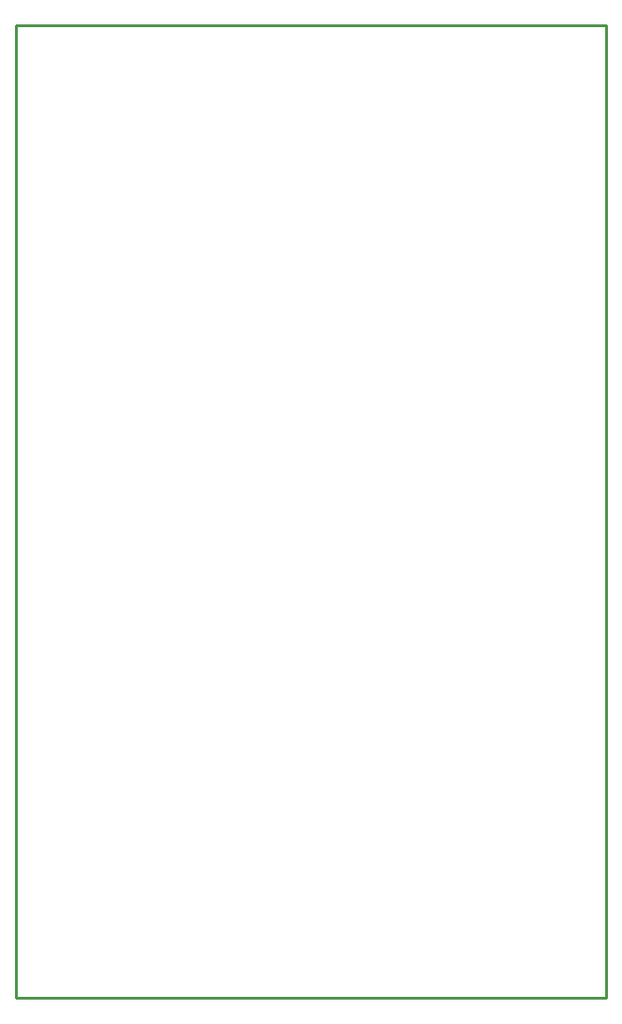
<source format=gko>
%FSLAX44Y44*%
%MOMM*%
G71*
G01*
G75*
G04 Layer_Color=16711935*
%ADD10C,0.2032*%
%ADD11R,1.1430X1.1430*%
%ADD12R,1.1430X1.1430*%
%ADD13R,0.6000X2.2000*%
%ADD14R,0.6000X2.2000*%
%ADD15C,0.5080*%
%ADD16R,1.5000X1.5000*%
%ADD17C,1.7780*%
%ADD18O,1.5240X1.0160*%
%ADD19O,1.5000X1.0160*%
%ADD20C,1.5000*%
%ADD21R,1.5000X1.5000*%
%ADD22O,1.3970X2.0320*%
%ADD23C,3.0000*%
%ADD24C,3.0480*%
%ADD25C,1.6510*%
%ADD26C,0.2540*%
D26*
X909320Y1234440D02*
X1442720D01*
X909320Y355600D02*
Y1234440D01*
X1442720Y355600D02*
Y1234440D01*
X909320Y355600D02*
X1442720D01*
M02*

</source>
